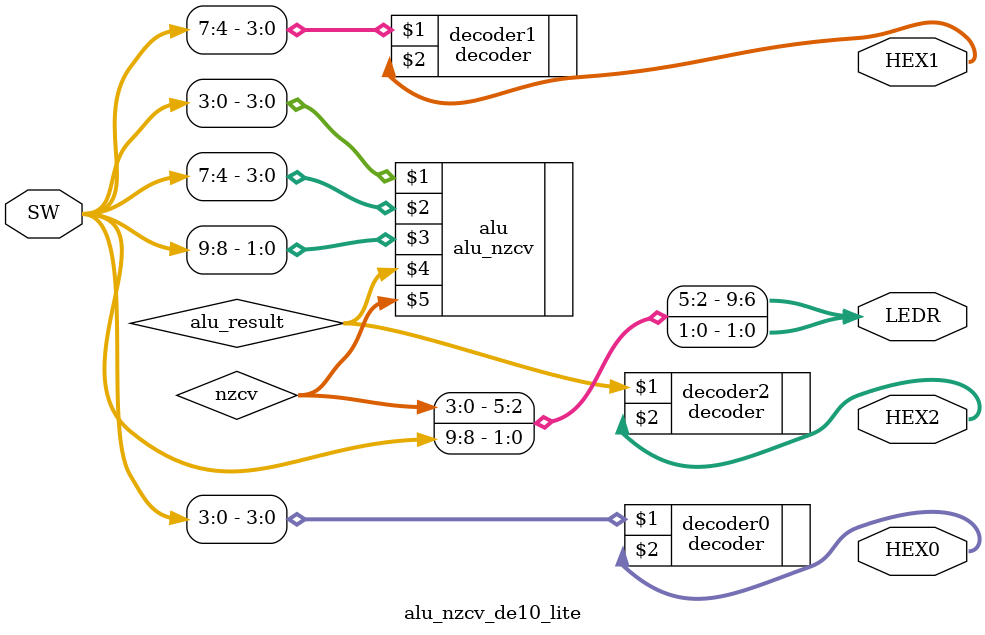
<source format=sv>
/**
 * Top-level module of the extended alu with condition flags.
 * The alu operates on the 4-bit binary numbers in SW[3:0] and SW[7:4].
 * The two input numbers are shown on displays HEX0 and HEX1.
 * The control signal is shown using LEDR1 and LEDR0.
 * The result is shown on display HEX2.
 * The NZCV flags are shown on the leds LEDR9, LEDR8, LEDR7 and LEDR6.
 *
 * @param SW bits of ten switch buttons SW9 - SW0.
 * @param LEDR output bits corresponding to the board's ten leds LEDR9 - LEDR0.
 * @param HEX0 output bits which drive the seven-segment display HEX0.
 * @param HEX1 output bits which drive the seven-segment display HEX1.
 * @param HEX2 output bits which drive the seven-segment display HEX2.
 **/
module alu_nzcv_de10_lite( input  logic [9:0] SW,
                           output logic [9:0] LEDR,
                           output logic [6:0] HEX0,
                           output logic [6:0] HEX1,
                           output logic [6:0] HEX2 );
  
  decoder decoder0 (SW[3:0], HEX0);
  decoder decoder1 (SW[7:4], HEX1);
  
  assign LEDR[1:0] = SW[9:8];
  
  logic [3:0] alu_result;
  logic [3:0] nzcv;
  
  alu_nzcv #(4) alu (SW[3:0], SW[7:4], SW[9:8], alu_result, nzcv);
  
  assign LEDR[9:6] = nzcv;  
  
  
  decoder decoder2 (alu_result, HEX2); 
endmodule

</source>
